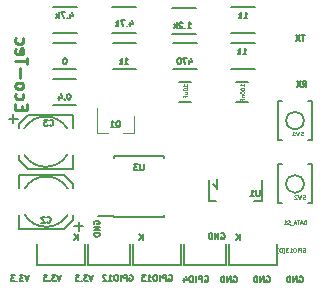
<source format=gbr>
G04 #@! TF.FileFunction,Legend,Bot*
%FSLAX46Y46*%
G04 Gerber Fmt 4.6, Leading zero omitted, Abs format (unit mm)*
G04 Created by KiCad (PCBNEW 4.0.5+dfsg1-4) date Mon Oct 16 20:34:33 2017*
%MOMM*%
%LPD*%
G01*
G04 APERTURE LIST*
%ADD10C,0.100000*%
%ADD11C,0.254000*%
%ADD12C,0.150000*%
%ADD13C,0.120000*%
%ADD14C,0.127000*%
%ADD15C,0.082550*%
G04 APERTURE END LIST*
D10*
D11*
X52040971Y-34368618D02*
X52040971Y-34029952D01*
X51508781Y-33884809D02*
X51508781Y-34368618D01*
X52524781Y-34368618D01*
X52524781Y-33884809D01*
X51557162Y-33013952D02*
X51508781Y-33110714D01*
X51508781Y-33304237D01*
X51557162Y-33400999D01*
X51605543Y-33449380D01*
X51702305Y-33497761D01*
X51992590Y-33497761D01*
X52089352Y-33449380D01*
X52137733Y-33400999D01*
X52186114Y-33304237D01*
X52186114Y-33110714D01*
X52137733Y-33013952D01*
X51508781Y-32433380D02*
X51557162Y-32530142D01*
X51605543Y-32578523D01*
X51702305Y-32626904D01*
X51992590Y-32626904D01*
X52089352Y-32578523D01*
X52137733Y-32530142D01*
X52186114Y-32433380D01*
X52186114Y-32288238D01*
X52137733Y-32191476D01*
X52089352Y-32143095D01*
X51992590Y-32094714D01*
X51702305Y-32094714D01*
X51605543Y-32143095D01*
X51557162Y-32191476D01*
X51508781Y-32288238D01*
X51508781Y-32433380D01*
X51895829Y-31659285D02*
X51895829Y-30885190D01*
X52524781Y-30546523D02*
X52524781Y-29965952D01*
X51508781Y-30256237D02*
X52524781Y-30256237D01*
X51557162Y-29240238D02*
X51508781Y-29337000D01*
X51508781Y-29530523D01*
X51557162Y-29627285D01*
X51653924Y-29675666D01*
X52040971Y-29675666D01*
X52137733Y-29627285D01*
X52186114Y-29530523D01*
X52186114Y-29337000D01*
X52137733Y-29240238D01*
X52040971Y-29191857D01*
X51944210Y-29191857D01*
X51847448Y-29675666D01*
X51557162Y-28321000D02*
X51508781Y-28417762D01*
X51508781Y-28611285D01*
X51557162Y-28708047D01*
X51605543Y-28756428D01*
X51702305Y-28804809D01*
X51992590Y-28804809D01*
X52089352Y-28756428D01*
X52137733Y-28708047D01*
X52186114Y-28611285D01*
X52186114Y-28417762D01*
X52137733Y-28321000D01*
D12*
X69596000Y-47498000D02*
X69596000Y-45720000D01*
X73660000Y-47498000D02*
X69596000Y-47498000D01*
X73660000Y-45720000D02*
X73660000Y-47498000D01*
X61468000Y-47498000D02*
X61468000Y-45720000D01*
X61468000Y-47498000D02*
X65532000Y-47498000D01*
X65532000Y-47498000D02*
X65532000Y-45720000D01*
X57658000Y-45720000D02*
X57658000Y-47498000D01*
X57658000Y-47498000D02*
X61214000Y-47498000D01*
X61214000Y-47498000D02*
X61214000Y-45720000D01*
X57404000Y-45720000D02*
X57404000Y-47498000D01*
X53340000Y-47498000D02*
X57404000Y-47498000D01*
X53340000Y-47498000D02*
X53340000Y-45720000D01*
X65754000Y-47498000D02*
X65754000Y-45720000D01*
X65754000Y-47498000D02*
X69310000Y-47498000D01*
X69310000Y-47498000D02*
X69310000Y-45720000D01*
X61706000Y-25722000D02*
X59706000Y-25722000D01*
X59706000Y-27872000D02*
X61706000Y-27872000D01*
X68219320Y-40647620D02*
X68468240Y-40947340D01*
X68468240Y-40947340D02*
X68569840Y-41097200D01*
X68569840Y-41097200D02*
X68569840Y-40248840D01*
X67868800Y-42148760D02*
X67868800Y-40347900D01*
X67868800Y-42148760D02*
X68519040Y-42148760D01*
X72369680Y-42148760D02*
X72369680Y-40347900D01*
X72369680Y-42148760D02*
X71719440Y-42148760D01*
X75934000Y-35306000D02*
G75*
G03X75934000Y-35306000I-750000J0D01*
G01*
X76284000Y-33656000D02*
X76584000Y-33656000D01*
X76584000Y-33656000D02*
X76584000Y-36956000D01*
X76584000Y-36956000D02*
X76284000Y-36956000D01*
X74084000Y-33656000D02*
X73784000Y-33656000D01*
X73784000Y-33656000D02*
X73784000Y-36956000D01*
X73784000Y-36956000D02*
X74084000Y-36956000D01*
X75934000Y-40665400D02*
G75*
G03X75934000Y-40665400I-750000J0D01*
G01*
X76284000Y-39015400D02*
X76584000Y-39015400D01*
X76584000Y-39015400D02*
X76584000Y-42315400D01*
X76584000Y-42315400D02*
X76284000Y-42315400D01*
X74084000Y-39015400D02*
X73784000Y-39015400D01*
X73784000Y-39015400D02*
X73784000Y-42315400D01*
X73784000Y-42315400D02*
X74084000Y-42315400D01*
X70223000Y-32043000D02*
X71223000Y-32043000D01*
X71223000Y-33743000D02*
X70223000Y-33743000D01*
X65397000Y-32043000D02*
X66397000Y-32043000D01*
X66397000Y-33743000D02*
X65397000Y-33743000D01*
D13*
X61587500Y-36358100D02*
X60657500Y-36358100D01*
X58427500Y-36358100D02*
X59357500Y-36358100D01*
X58427500Y-36358100D02*
X58427500Y-34198100D01*
X61587500Y-36358100D02*
X61587500Y-34898100D01*
D12*
X56700000Y-25722000D02*
X54700000Y-25722000D01*
X54700000Y-27872000D02*
X56700000Y-27872000D01*
X56679000Y-28770000D02*
X54679000Y-28770000D01*
X54679000Y-30920000D02*
X56679000Y-30920000D01*
X61759000Y-28770000D02*
X59759000Y-28770000D01*
X59759000Y-30920000D02*
X61759000Y-30920000D01*
X66860000Y-28770000D02*
X64860000Y-28770000D01*
X64860000Y-30920000D02*
X66860000Y-30920000D01*
X56679000Y-31818000D02*
X54679000Y-31818000D01*
X54679000Y-33968000D02*
X56679000Y-33968000D01*
X71792000Y-28770000D02*
X69792000Y-28770000D01*
X69792000Y-30920000D02*
X71792000Y-30920000D01*
X71792000Y-25722000D02*
X69792000Y-25722000D01*
X69792000Y-27872000D02*
X71792000Y-27872000D01*
X66798700Y-25798200D02*
X64798700Y-25798200D01*
X64798700Y-27948200D02*
X66798700Y-27948200D01*
X59901000Y-43469000D02*
X59901000Y-43419000D01*
X64051000Y-43469000D02*
X64051000Y-43324000D01*
X64051000Y-38319000D02*
X64051000Y-38464000D01*
X59901000Y-38319000D02*
X59901000Y-38464000D01*
X59901000Y-43469000D02*
X64051000Y-43469000D01*
X59901000Y-38319000D02*
X64051000Y-38319000D01*
X59901000Y-43419000D02*
X58501000Y-43419000D01*
X55929473Y-43283754D02*
G75*
G02X52298600Y-43281600I-1814773J1119754D01*
G01*
X52298600Y-41046400D02*
G75*
G02X55930800Y-41046400I1816100J-1117600D01*
G01*
X56400700Y-40640000D02*
X56400700Y-41046400D01*
X51828700Y-39878000D02*
X51828700Y-41046400D01*
X51828700Y-44450000D02*
X51828700Y-43281600D01*
X56400700Y-43688000D02*
X56400700Y-43281600D01*
X55638700Y-44450000D02*
X51828700Y-44450000D01*
X55638700Y-44450000D02*
X56400700Y-43688000D01*
X55638700Y-39878000D02*
X51828700Y-39878000D01*
X55638700Y-39878000D02*
X56400700Y-40640000D01*
X52263227Y-35964246D02*
G75*
G02X55894100Y-35966400I1814773J-1119754D01*
G01*
X55894100Y-38201600D02*
G75*
G02X52261900Y-38201600I-1816100J1117600D01*
G01*
X51792000Y-38608000D02*
X51792000Y-38201600D01*
X56364000Y-39370000D02*
X56364000Y-38201600D01*
X56364000Y-34798000D02*
X56364000Y-35966400D01*
X51792000Y-35560000D02*
X51792000Y-35966400D01*
X52554000Y-34798000D02*
X56364000Y-34798000D01*
X52554000Y-34798000D02*
X51792000Y-35560000D01*
X52554000Y-39370000D02*
X56364000Y-39370000D01*
X52554000Y-39370000D02*
X51792000Y-38608000D01*
D14*
X70491048Y-45441810D02*
X70491048Y-44933810D01*
X70200762Y-45441810D02*
X70418476Y-45151524D01*
X70200762Y-44933810D02*
X70491048Y-45224095D01*
X62286848Y-45441810D02*
X62286848Y-44933810D01*
X61996562Y-45441810D02*
X62214276Y-45151524D01*
X61996562Y-44933810D02*
X62286848Y-45224095D01*
X58166000Y-44062953D02*
X58141810Y-44014572D01*
X58141810Y-43942000D01*
X58166000Y-43869429D01*
X58214381Y-43821048D01*
X58262762Y-43796857D01*
X58359524Y-43772667D01*
X58432095Y-43772667D01*
X58528857Y-43796857D01*
X58577238Y-43821048D01*
X58625619Y-43869429D01*
X58649810Y-43942000D01*
X58649810Y-43990381D01*
X58625619Y-44062953D01*
X58601429Y-44087143D01*
X58432095Y-44087143D01*
X58432095Y-43990381D01*
X58649810Y-44304857D02*
X58141810Y-44304857D01*
X58649810Y-44595143D01*
X58141810Y-44595143D01*
X58649810Y-44837047D02*
X58141810Y-44837047D01*
X58141810Y-44958000D01*
X58166000Y-45030571D01*
X58214381Y-45078952D01*
X58262762Y-45103143D01*
X58359524Y-45127333D01*
X58432095Y-45127333D01*
X58528857Y-45103143D01*
X58577238Y-45078952D01*
X58625619Y-45030571D01*
X58649810Y-44958000D01*
X58649810Y-44837047D01*
X56775048Y-45441810D02*
X56775048Y-44933810D01*
X56484762Y-45441810D02*
X56702476Y-45151524D01*
X56484762Y-44933810D02*
X56775048Y-45224095D01*
X75840167Y-32475110D02*
X76009500Y-32233205D01*
X76130453Y-32475110D02*
X76130453Y-31967110D01*
X75936929Y-31967110D01*
X75888548Y-31991300D01*
X75864357Y-32015490D01*
X75840167Y-32063871D01*
X75840167Y-32136443D01*
X75864357Y-32184824D01*
X75888548Y-32209014D01*
X75936929Y-32233205D01*
X76130453Y-32233205D01*
X75670834Y-31967110D02*
X75332167Y-32475110D01*
X75332167Y-31967110D02*
X75670834Y-32475110D01*
X75990148Y-28042810D02*
X75699862Y-28042810D01*
X75845005Y-28550810D02*
X75845005Y-28042810D01*
X75578910Y-28042810D02*
X75240243Y-28550810D01*
X75240243Y-28042810D02*
X75578910Y-28550810D01*
X68941647Y-44856400D02*
X68990028Y-44832210D01*
X69062600Y-44832210D01*
X69135171Y-44856400D01*
X69183552Y-44904781D01*
X69207743Y-44953162D01*
X69231933Y-45049924D01*
X69231933Y-45122495D01*
X69207743Y-45219257D01*
X69183552Y-45267638D01*
X69135171Y-45316019D01*
X69062600Y-45340210D01*
X69014219Y-45340210D01*
X68941647Y-45316019D01*
X68917457Y-45291829D01*
X68917457Y-45122495D01*
X69014219Y-45122495D01*
X68699743Y-45340210D02*
X68699743Y-44832210D01*
X68409457Y-45340210D01*
X68409457Y-44832210D01*
X68167553Y-45340210D02*
X68167553Y-44832210D01*
X68046600Y-44832210D01*
X67974029Y-44856400D01*
X67925648Y-44904781D01*
X67901457Y-44953162D01*
X67877267Y-45049924D01*
X67877267Y-45122495D01*
X67901457Y-45219257D01*
X67925648Y-45267638D01*
X67974029Y-45316019D01*
X68046600Y-45340210D01*
X68167553Y-45340210D01*
D15*
X76119567Y-44091376D02*
X76119567Y-43761176D01*
X76040948Y-43761176D01*
X75993776Y-43776900D01*
X75962329Y-43808348D01*
X75946605Y-43839795D01*
X75930881Y-43902690D01*
X75930881Y-43949862D01*
X75946605Y-44012757D01*
X75962329Y-44044205D01*
X75993776Y-44075652D01*
X76040948Y-44091376D01*
X76119567Y-44091376D01*
X75805091Y-43997033D02*
X75647853Y-43997033D01*
X75836538Y-44091376D02*
X75726472Y-43761176D01*
X75616405Y-44091376D01*
X75553509Y-43761176D02*
X75364824Y-43761176D01*
X75459167Y-44091376D02*
X75459167Y-43761176D01*
X75270481Y-43997033D02*
X75113243Y-43997033D01*
X75301928Y-44091376D02*
X75191862Y-43761176D01*
X75081795Y-44091376D01*
X75050347Y-44122824D02*
X74798766Y-44122824D01*
X74735871Y-44075652D02*
X74688699Y-44091376D01*
X74610080Y-44091376D01*
X74578633Y-44075652D01*
X74562909Y-44059929D01*
X74547185Y-44028481D01*
X74547185Y-43997033D01*
X74562909Y-43965586D01*
X74578633Y-43949862D01*
X74610080Y-43934138D01*
X74672976Y-43918414D01*
X74704423Y-43902690D01*
X74720147Y-43886967D01*
X74735871Y-43855519D01*
X74735871Y-43824071D01*
X74720147Y-43792624D01*
X74704423Y-43776900D01*
X74672976Y-43761176D01*
X74594356Y-43761176D01*
X74547185Y-43776900D01*
X74232709Y-44091376D02*
X74421395Y-44091376D01*
X74327052Y-44091376D02*
X74327052Y-43761176D01*
X74358500Y-43808348D01*
X74389947Y-43839795D01*
X74421395Y-43855519D01*
X75883709Y-46113700D02*
X75915157Y-46097976D01*
X75962328Y-46097976D01*
X76009500Y-46113700D01*
X76040947Y-46145148D01*
X76056671Y-46176595D01*
X76072395Y-46239490D01*
X76072395Y-46286662D01*
X76056671Y-46349557D01*
X76040947Y-46381005D01*
X76009500Y-46412452D01*
X75962328Y-46428176D01*
X75930880Y-46428176D01*
X75883709Y-46412452D01*
X75867985Y-46396729D01*
X75867985Y-46286662D01*
X75930880Y-46286662D01*
X75726471Y-46428176D02*
X75726471Y-46097976D01*
X75600680Y-46097976D01*
X75569233Y-46113700D01*
X75553509Y-46129424D01*
X75537785Y-46160871D01*
X75537785Y-46208043D01*
X75553509Y-46239490D01*
X75569233Y-46255214D01*
X75600680Y-46270938D01*
X75726471Y-46270938D01*
X75396271Y-46428176D02*
X75396271Y-46097976D01*
X75176138Y-46097976D02*
X75113242Y-46097976D01*
X75081795Y-46113700D01*
X75050347Y-46145148D01*
X75034623Y-46208043D01*
X75034623Y-46318110D01*
X75050347Y-46381005D01*
X75081795Y-46412452D01*
X75113242Y-46428176D01*
X75176138Y-46428176D01*
X75207585Y-46412452D01*
X75239033Y-46381005D01*
X75254757Y-46318110D01*
X75254757Y-46208043D01*
X75239033Y-46145148D01*
X75207585Y-46113700D01*
X75176138Y-46097976D01*
X74720147Y-46428176D02*
X74908833Y-46428176D01*
X74814490Y-46428176D02*
X74814490Y-46097976D01*
X74845938Y-46145148D01*
X74877385Y-46176595D01*
X74908833Y-46192319D01*
X74610081Y-46097976D02*
X74405671Y-46097976D01*
X74515738Y-46223767D01*
X74468566Y-46223767D01*
X74437119Y-46239490D01*
X74421395Y-46255214D01*
X74405671Y-46286662D01*
X74405671Y-46365281D01*
X74421395Y-46396729D01*
X74437119Y-46412452D01*
X74468566Y-46428176D01*
X74562909Y-46428176D01*
X74594357Y-46412452D01*
X74610081Y-46396729D01*
X74169814Y-46553967D02*
X74185538Y-46538243D01*
X74216986Y-46491071D01*
X74232709Y-46459624D01*
X74248433Y-46412452D01*
X74264157Y-46333833D01*
X74264157Y-46270938D01*
X74248433Y-46192319D01*
X74232709Y-46145148D01*
X74216986Y-46113700D01*
X74185538Y-46066529D01*
X74169814Y-46050805D01*
X74044024Y-46428176D02*
X74044024Y-46097976D01*
X73965405Y-46097976D01*
X73918233Y-46113700D01*
X73886786Y-46145148D01*
X73871062Y-46176595D01*
X73855338Y-46239490D01*
X73855338Y-46286662D01*
X73871062Y-46349557D01*
X73886786Y-46381005D01*
X73918233Y-46412452D01*
X73965405Y-46428176D01*
X74044024Y-46428176D01*
X73745272Y-46553967D02*
X73729548Y-46538243D01*
X73698100Y-46491071D01*
X73682376Y-46459624D01*
X73666653Y-46412452D01*
X73650929Y-46333833D01*
X73650929Y-46270938D01*
X73666653Y-46192319D01*
X73682376Y-46145148D01*
X73698100Y-46113700D01*
X73729548Y-46066529D01*
X73745272Y-46050805D01*
D14*
X67551904Y-48501300D02*
X67600285Y-48477110D01*
X67672857Y-48477110D01*
X67745428Y-48501300D01*
X67793809Y-48549681D01*
X67818000Y-48598062D01*
X67842190Y-48694824D01*
X67842190Y-48767395D01*
X67818000Y-48864157D01*
X67793809Y-48912538D01*
X67745428Y-48960919D01*
X67672857Y-48985110D01*
X67624476Y-48985110D01*
X67551904Y-48960919D01*
X67527714Y-48936729D01*
X67527714Y-48767395D01*
X67624476Y-48767395D01*
X67310000Y-48985110D02*
X67310000Y-48477110D01*
X67116476Y-48477110D01*
X67068095Y-48501300D01*
X67043904Y-48525490D01*
X67019714Y-48573871D01*
X67019714Y-48646443D01*
X67043904Y-48694824D01*
X67068095Y-48719014D01*
X67116476Y-48743205D01*
X67310000Y-48743205D01*
X66802000Y-48985110D02*
X66802000Y-48477110D01*
X66463333Y-48477110D02*
X66366571Y-48477110D01*
X66318190Y-48501300D01*
X66269809Y-48549681D01*
X66245618Y-48646443D01*
X66245618Y-48815776D01*
X66269809Y-48912538D01*
X66318190Y-48960919D01*
X66366571Y-48985110D01*
X66463333Y-48985110D01*
X66511714Y-48960919D01*
X66560095Y-48912538D01*
X66584285Y-48815776D01*
X66584285Y-48646443D01*
X66560095Y-48549681D01*
X66511714Y-48501300D01*
X66463333Y-48477110D01*
X65810190Y-48646443D02*
X65810190Y-48985110D01*
X65931143Y-48452919D02*
X66052095Y-48815776D01*
X65737619Y-48815776D01*
X64491809Y-48412400D02*
X64540190Y-48388210D01*
X64612762Y-48388210D01*
X64685333Y-48412400D01*
X64733714Y-48460781D01*
X64757905Y-48509162D01*
X64782095Y-48605924D01*
X64782095Y-48678495D01*
X64757905Y-48775257D01*
X64733714Y-48823638D01*
X64685333Y-48872019D01*
X64612762Y-48896210D01*
X64564381Y-48896210D01*
X64491809Y-48872019D01*
X64467619Y-48847829D01*
X64467619Y-48678495D01*
X64564381Y-48678495D01*
X64249905Y-48896210D02*
X64249905Y-48388210D01*
X64056381Y-48388210D01*
X64008000Y-48412400D01*
X63983809Y-48436590D01*
X63959619Y-48484971D01*
X63959619Y-48557543D01*
X63983809Y-48605924D01*
X64008000Y-48630114D01*
X64056381Y-48654305D01*
X64249905Y-48654305D01*
X63741905Y-48896210D02*
X63741905Y-48388210D01*
X63403238Y-48388210D02*
X63306476Y-48388210D01*
X63258095Y-48412400D01*
X63209714Y-48460781D01*
X63185523Y-48557543D01*
X63185523Y-48726876D01*
X63209714Y-48823638D01*
X63258095Y-48872019D01*
X63306476Y-48896210D01*
X63403238Y-48896210D01*
X63451619Y-48872019D01*
X63500000Y-48823638D01*
X63524190Y-48726876D01*
X63524190Y-48557543D01*
X63500000Y-48460781D01*
X63451619Y-48412400D01*
X63403238Y-48388210D01*
X62701714Y-48896210D02*
X62992000Y-48896210D01*
X62846857Y-48896210D02*
X62846857Y-48388210D01*
X62895238Y-48460781D01*
X62943619Y-48509162D01*
X62992000Y-48533352D01*
X62532381Y-48388210D02*
X62217904Y-48388210D01*
X62387238Y-48581733D01*
X62314666Y-48581733D01*
X62266285Y-48605924D01*
X62242095Y-48630114D01*
X62217904Y-48678495D01*
X62217904Y-48799448D01*
X62242095Y-48847829D01*
X62266285Y-48872019D01*
X62314666Y-48896210D01*
X62459809Y-48896210D01*
X62508190Y-48872019D01*
X62532381Y-48847829D01*
X61177109Y-48374300D02*
X61225490Y-48350110D01*
X61298062Y-48350110D01*
X61370633Y-48374300D01*
X61419014Y-48422681D01*
X61443205Y-48471062D01*
X61467395Y-48567824D01*
X61467395Y-48640395D01*
X61443205Y-48737157D01*
X61419014Y-48785538D01*
X61370633Y-48833919D01*
X61298062Y-48858110D01*
X61249681Y-48858110D01*
X61177109Y-48833919D01*
X61152919Y-48809729D01*
X61152919Y-48640395D01*
X61249681Y-48640395D01*
X60935205Y-48858110D02*
X60935205Y-48350110D01*
X60741681Y-48350110D01*
X60693300Y-48374300D01*
X60669109Y-48398490D01*
X60644919Y-48446871D01*
X60644919Y-48519443D01*
X60669109Y-48567824D01*
X60693300Y-48592014D01*
X60741681Y-48616205D01*
X60935205Y-48616205D01*
X60427205Y-48858110D02*
X60427205Y-48350110D01*
X60088538Y-48350110D02*
X59991776Y-48350110D01*
X59943395Y-48374300D01*
X59895014Y-48422681D01*
X59870823Y-48519443D01*
X59870823Y-48688776D01*
X59895014Y-48785538D01*
X59943395Y-48833919D01*
X59991776Y-48858110D01*
X60088538Y-48858110D01*
X60136919Y-48833919D01*
X60185300Y-48785538D01*
X60209490Y-48688776D01*
X60209490Y-48519443D01*
X60185300Y-48422681D01*
X60136919Y-48374300D01*
X60088538Y-48350110D01*
X59387014Y-48858110D02*
X59677300Y-48858110D01*
X59532157Y-48858110D02*
X59532157Y-48350110D01*
X59580538Y-48422681D01*
X59628919Y-48471062D01*
X59677300Y-48495252D01*
X59193490Y-48398490D02*
X59169300Y-48374300D01*
X59120919Y-48350110D01*
X58999966Y-48350110D01*
X58951585Y-48374300D01*
X58927395Y-48398490D01*
X58903204Y-48446871D01*
X58903204Y-48495252D01*
X58927395Y-48567824D01*
X59217681Y-48858110D01*
X58903204Y-48858110D01*
X58114596Y-48388210D02*
X57945263Y-48896210D01*
X57775929Y-48388210D01*
X57654977Y-48388210D02*
X57340500Y-48388210D01*
X57509834Y-48581733D01*
X57437262Y-48581733D01*
X57388881Y-48605924D01*
X57364691Y-48630114D01*
X57340500Y-48678495D01*
X57340500Y-48799448D01*
X57364691Y-48847829D01*
X57388881Y-48872019D01*
X57437262Y-48896210D01*
X57582405Y-48896210D01*
X57630786Y-48872019D01*
X57654977Y-48847829D01*
X57122786Y-48847829D02*
X57098595Y-48872019D01*
X57122786Y-48896210D01*
X57146976Y-48872019D01*
X57122786Y-48847829D01*
X57122786Y-48896210D01*
X56929262Y-48388210D02*
X56614785Y-48388210D01*
X56784119Y-48581733D01*
X56711547Y-48581733D01*
X56663166Y-48605924D01*
X56638976Y-48630114D01*
X56614785Y-48678495D01*
X56614785Y-48799448D01*
X56638976Y-48847829D01*
X56663166Y-48872019D01*
X56711547Y-48896210D01*
X56856690Y-48896210D01*
X56905071Y-48872019D01*
X56929262Y-48847829D01*
X55396796Y-48375510D02*
X55227463Y-48883510D01*
X55058129Y-48375510D01*
X54937177Y-48375510D02*
X54622700Y-48375510D01*
X54792034Y-48569033D01*
X54719462Y-48569033D01*
X54671081Y-48593224D01*
X54646891Y-48617414D01*
X54622700Y-48665795D01*
X54622700Y-48786748D01*
X54646891Y-48835129D01*
X54671081Y-48859319D01*
X54719462Y-48883510D01*
X54864605Y-48883510D01*
X54912986Y-48859319D01*
X54937177Y-48835129D01*
X54404986Y-48835129D02*
X54380795Y-48859319D01*
X54404986Y-48883510D01*
X54429176Y-48859319D01*
X54404986Y-48835129D01*
X54404986Y-48883510D01*
X54211462Y-48375510D02*
X53896985Y-48375510D01*
X54066319Y-48569033D01*
X53993747Y-48569033D01*
X53945366Y-48593224D01*
X53921176Y-48617414D01*
X53896985Y-48665795D01*
X53896985Y-48786748D01*
X53921176Y-48835129D01*
X53945366Y-48859319D01*
X53993747Y-48883510D01*
X54138890Y-48883510D01*
X54187271Y-48859319D01*
X54211462Y-48835129D01*
X52640896Y-48413610D02*
X52471563Y-48921610D01*
X52302229Y-48413610D01*
X52181277Y-48413610D02*
X51866800Y-48413610D01*
X52036134Y-48607133D01*
X51963562Y-48607133D01*
X51915181Y-48631324D01*
X51890991Y-48655514D01*
X51866800Y-48703895D01*
X51866800Y-48824848D01*
X51890991Y-48873229D01*
X51915181Y-48897419D01*
X51963562Y-48921610D01*
X52108705Y-48921610D01*
X52157086Y-48897419D01*
X52181277Y-48873229D01*
X51649086Y-48873229D02*
X51624895Y-48897419D01*
X51649086Y-48921610D01*
X51673276Y-48897419D01*
X51649086Y-48873229D01*
X51649086Y-48921610D01*
X51455562Y-48413610D02*
X51141085Y-48413610D01*
X51310419Y-48607133D01*
X51237847Y-48607133D01*
X51189466Y-48631324D01*
X51165276Y-48655514D01*
X51141085Y-48703895D01*
X51141085Y-48824848D01*
X51165276Y-48873229D01*
X51189466Y-48897419D01*
X51237847Y-48921610D01*
X51382990Y-48921610D01*
X51431371Y-48897419D01*
X51455562Y-48873229D01*
X75571047Y-48514000D02*
X75619428Y-48489810D01*
X75692000Y-48489810D01*
X75764571Y-48514000D01*
X75812952Y-48562381D01*
X75837143Y-48610762D01*
X75861333Y-48707524D01*
X75861333Y-48780095D01*
X75837143Y-48876857D01*
X75812952Y-48925238D01*
X75764571Y-48973619D01*
X75692000Y-48997810D01*
X75643619Y-48997810D01*
X75571047Y-48973619D01*
X75546857Y-48949429D01*
X75546857Y-48780095D01*
X75643619Y-48780095D01*
X75329143Y-48997810D02*
X75329143Y-48489810D01*
X75038857Y-48997810D01*
X75038857Y-48489810D01*
X74796953Y-48997810D02*
X74796953Y-48489810D01*
X74676000Y-48489810D01*
X74603429Y-48514000D01*
X74555048Y-48562381D01*
X74530857Y-48610762D01*
X74506667Y-48707524D01*
X74506667Y-48780095D01*
X74530857Y-48876857D01*
X74555048Y-48925238D01*
X74603429Y-48973619D01*
X74676000Y-48997810D01*
X74796953Y-48997810D01*
X72777047Y-48501300D02*
X72825428Y-48477110D01*
X72898000Y-48477110D01*
X72970571Y-48501300D01*
X73018952Y-48549681D01*
X73043143Y-48598062D01*
X73067333Y-48694824D01*
X73067333Y-48767395D01*
X73043143Y-48864157D01*
X73018952Y-48912538D01*
X72970571Y-48960919D01*
X72898000Y-48985110D01*
X72849619Y-48985110D01*
X72777047Y-48960919D01*
X72752857Y-48936729D01*
X72752857Y-48767395D01*
X72849619Y-48767395D01*
X72535143Y-48985110D02*
X72535143Y-48477110D01*
X72244857Y-48985110D01*
X72244857Y-48477110D01*
X72002953Y-48985110D02*
X72002953Y-48477110D01*
X71882000Y-48477110D01*
X71809429Y-48501300D01*
X71761048Y-48549681D01*
X71736857Y-48598062D01*
X71712667Y-48694824D01*
X71712667Y-48767395D01*
X71736857Y-48864157D01*
X71761048Y-48912538D01*
X71809429Y-48960919D01*
X71882000Y-48985110D01*
X72002953Y-48985110D01*
X69983047Y-48514000D02*
X70031428Y-48489810D01*
X70104000Y-48489810D01*
X70176571Y-48514000D01*
X70224952Y-48562381D01*
X70249143Y-48610762D01*
X70273333Y-48707524D01*
X70273333Y-48780095D01*
X70249143Y-48876857D01*
X70224952Y-48925238D01*
X70176571Y-48973619D01*
X70104000Y-48997810D01*
X70055619Y-48997810D01*
X69983047Y-48973619D01*
X69958857Y-48949429D01*
X69958857Y-48780095D01*
X70055619Y-48780095D01*
X69741143Y-48997810D02*
X69741143Y-48489810D01*
X69450857Y-48997810D01*
X69450857Y-48489810D01*
X69208953Y-48997810D02*
X69208953Y-48489810D01*
X69088000Y-48489810D01*
X69015429Y-48514000D01*
X68967048Y-48562381D01*
X68942857Y-48610762D01*
X68918667Y-48707524D01*
X68918667Y-48780095D01*
X68942857Y-48876857D01*
X68967048Y-48925238D01*
X69015429Y-48973619D01*
X69088000Y-48997810D01*
X69208953Y-48997810D01*
X61228514Y-26980243D02*
X61228514Y-27318910D01*
X61349467Y-26786719D02*
X61470419Y-27149576D01*
X61155943Y-27149576D01*
X60962419Y-27270529D02*
X60938228Y-27294719D01*
X60962419Y-27318910D01*
X60986609Y-27294719D01*
X60962419Y-27270529D01*
X60962419Y-27318910D01*
X60768895Y-26810910D02*
X60430228Y-26810910D01*
X60647942Y-27318910D01*
X60236704Y-27318910D02*
X60236704Y-26810910D01*
X60188323Y-27125386D02*
X60043180Y-27318910D01*
X60043180Y-26980243D02*
X60236704Y-27173767D01*
X72187768Y-41166990D02*
X72187768Y-41578228D01*
X72163577Y-41626609D01*
X72139387Y-41650799D01*
X72091006Y-41674990D01*
X71994244Y-41674990D01*
X71945863Y-41650799D01*
X71921672Y-41626609D01*
X71897482Y-41578228D01*
X71897482Y-41166990D01*
X71389482Y-41674990D02*
X71679768Y-41674990D01*
X71534625Y-41674990D02*
X71534625Y-41166990D01*
X71583006Y-41239561D01*
X71631387Y-41287942D01*
X71679768Y-41312132D01*
D15*
X75840166Y-36544552D02*
X75792994Y-36560276D01*
X75714375Y-36560276D01*
X75682928Y-36544552D01*
X75667204Y-36528829D01*
X75651480Y-36497381D01*
X75651480Y-36465933D01*
X75667204Y-36434486D01*
X75682928Y-36418762D01*
X75714375Y-36403038D01*
X75777271Y-36387314D01*
X75808718Y-36371590D01*
X75824442Y-36355867D01*
X75840166Y-36324419D01*
X75840166Y-36292971D01*
X75824442Y-36261524D01*
X75808718Y-36245800D01*
X75777271Y-36230076D01*
X75698651Y-36230076D01*
X75651480Y-36245800D01*
X75541414Y-36230076D02*
X75462795Y-36560276D01*
X75399899Y-36324419D01*
X75337004Y-36560276D01*
X75258385Y-36230076D01*
X74959633Y-36560276D02*
X75148319Y-36560276D01*
X75053976Y-36560276D02*
X75053976Y-36230076D01*
X75085424Y-36277248D01*
X75116871Y-36308695D01*
X75148319Y-36324419D01*
X76020506Y-41916652D02*
X75973334Y-41932376D01*
X75894715Y-41932376D01*
X75863268Y-41916652D01*
X75847544Y-41900929D01*
X75831820Y-41869481D01*
X75831820Y-41838033D01*
X75847544Y-41806586D01*
X75863268Y-41790862D01*
X75894715Y-41775138D01*
X75957611Y-41759414D01*
X75989058Y-41743690D01*
X76004782Y-41727967D01*
X76020506Y-41696519D01*
X76020506Y-41665071D01*
X76004782Y-41633624D01*
X75989058Y-41617900D01*
X75957611Y-41602176D01*
X75878991Y-41602176D01*
X75831820Y-41617900D01*
X75721754Y-41602176D02*
X75643135Y-41932376D01*
X75580239Y-41696519D01*
X75517344Y-41932376D01*
X75438725Y-41602176D01*
X75328659Y-41633624D02*
X75312935Y-41617900D01*
X75281487Y-41602176D01*
X75202868Y-41602176D01*
X75171421Y-41617900D01*
X75155697Y-41633624D01*
X75139973Y-41665071D01*
X75139973Y-41696519D01*
X75155697Y-41743690D01*
X75344383Y-41932376D01*
X75139973Y-41932376D01*
X70888376Y-32392137D02*
X70888376Y-32203451D01*
X70888376Y-32297794D02*
X70558176Y-32297794D01*
X70605348Y-32266346D01*
X70636795Y-32234899D01*
X70652519Y-32203451D01*
X70558176Y-32596546D02*
X70558176Y-32627994D01*
X70573900Y-32659442D01*
X70589624Y-32675165D01*
X70621071Y-32690889D01*
X70683967Y-32706613D01*
X70762586Y-32706613D01*
X70825481Y-32690889D01*
X70856929Y-32675165D01*
X70872652Y-32659442D01*
X70888376Y-32627994D01*
X70888376Y-32596546D01*
X70872652Y-32565099D01*
X70856929Y-32549375D01*
X70825481Y-32533651D01*
X70762586Y-32517927D01*
X70683967Y-32517927D01*
X70621071Y-32533651D01*
X70589624Y-32549375D01*
X70573900Y-32565099D01*
X70558176Y-32596546D01*
X70558176Y-32911022D02*
X70558176Y-32942470D01*
X70573900Y-32973918D01*
X70589624Y-32989641D01*
X70621071Y-33005365D01*
X70683967Y-33021089D01*
X70762586Y-33021089D01*
X70825481Y-33005365D01*
X70856929Y-32989641D01*
X70872652Y-32973918D01*
X70888376Y-32942470D01*
X70888376Y-32911022D01*
X70872652Y-32879575D01*
X70856929Y-32863851D01*
X70825481Y-32848127D01*
X70762586Y-32832403D01*
X70683967Y-32832403D01*
X70621071Y-32848127D01*
X70589624Y-32863851D01*
X70573900Y-32879575D01*
X70558176Y-32911022D01*
X70668243Y-33162603D02*
X70888376Y-33162603D01*
X70699690Y-33162603D02*
X70683967Y-33178327D01*
X70668243Y-33209774D01*
X70668243Y-33256946D01*
X70683967Y-33288394D01*
X70715414Y-33304117D01*
X70888376Y-33304117D01*
X70715414Y-33571422D02*
X70715414Y-33461355D01*
X70888376Y-33461355D02*
X70558176Y-33461355D01*
X70558176Y-33618593D01*
X66057296Y-32427455D02*
X66057296Y-32238769D01*
X66057296Y-32333112D02*
X65727096Y-32333112D01*
X65774268Y-32301664D01*
X65805715Y-32270217D01*
X65821439Y-32238769D01*
X65727096Y-32631864D02*
X65727096Y-32663312D01*
X65742820Y-32694760D01*
X65758544Y-32710483D01*
X65789991Y-32726207D01*
X65852887Y-32741931D01*
X65931506Y-32741931D01*
X65994401Y-32726207D01*
X66025849Y-32710483D01*
X66041572Y-32694760D01*
X66057296Y-32663312D01*
X66057296Y-32631864D01*
X66041572Y-32600417D01*
X66025849Y-32584693D01*
X65994401Y-32568969D01*
X65931506Y-32553245D01*
X65852887Y-32553245D01*
X65789991Y-32568969D01*
X65758544Y-32584693D01*
X65742820Y-32600417D01*
X65727096Y-32631864D01*
X65837163Y-33024959D02*
X66057296Y-33024959D01*
X65837163Y-32883445D02*
X66010125Y-32883445D01*
X66041572Y-32899169D01*
X66057296Y-32930616D01*
X66057296Y-32977788D01*
X66041572Y-33009236D01*
X66025849Y-33024959D01*
X65884334Y-33292264D02*
X65884334Y-33182197D01*
X66057296Y-33182197D02*
X65727096Y-33182197D01*
X65727096Y-33339435D01*
D14*
X60038101Y-35868670D02*
X60086482Y-35844480D01*
X60134863Y-35796099D01*
X60207434Y-35723528D01*
X60255815Y-35699337D01*
X60304196Y-35699337D01*
X60280006Y-35820290D02*
X60328387Y-35796099D01*
X60376768Y-35747718D01*
X60400958Y-35650956D01*
X60400958Y-35481623D01*
X60376768Y-35384861D01*
X60328387Y-35336480D01*
X60280006Y-35312290D01*
X60183244Y-35312290D01*
X60134863Y-35336480D01*
X60086482Y-35384861D01*
X60062291Y-35481623D01*
X60062291Y-35650956D01*
X60086482Y-35747718D01*
X60134863Y-35796099D01*
X60183244Y-35820290D01*
X60280006Y-35820290D01*
X59578482Y-35820290D02*
X59868768Y-35820290D01*
X59723625Y-35820290D02*
X59723625Y-35312290D01*
X59772006Y-35384861D01*
X59820387Y-35433242D01*
X59868768Y-35457432D01*
X56173914Y-26307143D02*
X56173914Y-26645810D01*
X56294867Y-26113619D02*
X56415819Y-26476476D01*
X56101343Y-26476476D01*
X55907819Y-26597429D02*
X55883628Y-26621619D01*
X55907819Y-26645810D01*
X55932009Y-26621619D01*
X55907819Y-26597429D01*
X55907819Y-26645810D01*
X55714295Y-26137810D02*
X55375628Y-26137810D01*
X55593342Y-26645810D01*
X55182104Y-26645810D02*
X55182104Y-26137810D01*
X55133723Y-26452286D02*
X54988580Y-26645810D01*
X54988580Y-26307143D02*
X55182104Y-26500667D01*
X55726391Y-30011310D02*
X55678010Y-30011310D01*
X55629629Y-30035500D01*
X55605438Y-30059690D01*
X55581248Y-30108071D01*
X55557057Y-30204833D01*
X55557057Y-30325786D01*
X55581248Y-30422548D01*
X55605438Y-30470929D01*
X55629629Y-30495119D01*
X55678010Y-30519310D01*
X55726391Y-30519310D01*
X55774772Y-30495119D01*
X55798962Y-30470929D01*
X55823153Y-30422548D01*
X55847343Y-30325786D01*
X55847343Y-30204833D01*
X55823153Y-30108071D01*
X55798962Y-30059690D01*
X55774772Y-30035500D01*
X55726391Y-30011310D01*
X60753776Y-30506610D02*
X61044062Y-30506610D01*
X60898919Y-30506610D02*
X60898919Y-29998610D01*
X60947300Y-30071181D01*
X60995681Y-30119562D01*
X61044062Y-30143752D01*
X60536062Y-30506610D02*
X60536062Y-29998610D01*
X60487681Y-30313086D02*
X60342538Y-30506610D01*
X60342538Y-30167943D02*
X60536062Y-30361467D01*
X66244168Y-30162863D02*
X66244168Y-30501530D01*
X66365121Y-29969339D02*
X66486073Y-30332196D01*
X66171597Y-30332196D01*
X66026454Y-29993530D02*
X65687787Y-29993530D01*
X65905501Y-30501530D01*
X65397501Y-29993530D02*
X65349120Y-29993530D01*
X65300739Y-30017720D01*
X65276548Y-30041910D01*
X65252358Y-30090291D01*
X65228167Y-30187053D01*
X65228167Y-30308006D01*
X65252358Y-30404768D01*
X65276548Y-30453149D01*
X65300739Y-30477339D01*
X65349120Y-30501530D01*
X65397501Y-30501530D01*
X65445882Y-30477339D01*
X65470072Y-30453149D01*
X65494263Y-30404768D01*
X65518453Y-30308006D01*
X65518453Y-30187053D01*
X65494263Y-30090291D01*
X65470072Y-30041910D01*
X65445882Y-30017720D01*
X65397501Y-29993530D01*
X56063848Y-33021210D02*
X56015467Y-33021210D01*
X55967086Y-33045400D01*
X55942895Y-33069590D01*
X55918705Y-33117971D01*
X55894514Y-33214733D01*
X55894514Y-33335686D01*
X55918705Y-33432448D01*
X55942895Y-33480829D01*
X55967086Y-33505019D01*
X56015467Y-33529210D01*
X56063848Y-33529210D01*
X56112229Y-33505019D01*
X56136419Y-33480829D01*
X56160610Y-33432448D01*
X56184800Y-33335686D01*
X56184800Y-33214733D01*
X56160610Y-33117971D01*
X56136419Y-33069590D01*
X56112229Y-33045400D01*
X56063848Y-33021210D01*
X55676800Y-33480829D02*
X55652609Y-33505019D01*
X55676800Y-33529210D01*
X55700990Y-33505019D01*
X55676800Y-33480829D01*
X55676800Y-33529210D01*
X55217180Y-33190543D02*
X55217180Y-33529210D01*
X55338133Y-32997019D02*
X55459085Y-33359876D01*
X55144609Y-33359876D01*
X70774076Y-29693810D02*
X71064362Y-29693810D01*
X70919219Y-29693810D02*
X70919219Y-29185810D01*
X70967600Y-29258381D01*
X71015981Y-29306762D01*
X71064362Y-29330952D01*
X70556362Y-29693810D02*
X70556362Y-29185810D01*
X70507981Y-29500286D02*
X70362838Y-29693810D01*
X70362838Y-29355143D02*
X70556362Y-29548667D01*
X70850276Y-26633110D02*
X71140562Y-26633110D01*
X70995419Y-26633110D02*
X70995419Y-26125110D01*
X71043800Y-26197681D01*
X71092181Y-26246062D01*
X71140562Y-26270252D01*
X70632562Y-26633110D02*
X70632562Y-26125110D01*
X70584181Y-26439586D02*
X70439038Y-26633110D01*
X70439038Y-26294443D02*
X70632562Y-26487967D01*
X66095033Y-27496710D02*
X66385319Y-27496710D01*
X66240176Y-27496710D02*
X66240176Y-26988710D01*
X66288557Y-27061281D01*
X66336938Y-27109662D01*
X66385319Y-27133852D01*
X65877319Y-27448329D02*
X65853128Y-27472519D01*
X65877319Y-27496710D01*
X65901509Y-27472519D01*
X65877319Y-27448329D01*
X65877319Y-27496710D01*
X65659604Y-27037090D02*
X65635414Y-27012900D01*
X65587033Y-26988710D01*
X65466080Y-26988710D01*
X65417699Y-27012900D01*
X65393509Y-27037090D01*
X65369318Y-27085471D01*
X65369318Y-27133852D01*
X65393509Y-27206424D01*
X65683795Y-27496710D01*
X65369318Y-27496710D01*
X65151604Y-27496710D02*
X65151604Y-26988710D01*
X65103223Y-27303186D02*
X64958080Y-27496710D01*
X64958080Y-27158043D02*
X65151604Y-27351567D01*
X62363048Y-39015610D02*
X62363048Y-39426848D01*
X62338857Y-39475229D01*
X62314667Y-39499419D01*
X62266286Y-39523610D01*
X62169524Y-39523610D01*
X62121143Y-39499419D01*
X62096952Y-39475229D01*
X62072762Y-39426848D01*
X62072762Y-39015610D01*
X61879239Y-39015610D02*
X61564762Y-39015610D01*
X61734096Y-39209133D01*
X61661524Y-39209133D01*
X61613143Y-39233324D01*
X61588953Y-39257514D01*
X61564762Y-39305895D01*
X61564762Y-39426848D01*
X61588953Y-39475229D01*
X61613143Y-39499419D01*
X61661524Y-39523610D01*
X61806667Y-39523610D01*
X61855048Y-39499419D01*
X61879239Y-39475229D01*
X54186667Y-43907529D02*
X54210857Y-43931719D01*
X54283429Y-43955910D01*
X54331810Y-43955910D01*
X54404381Y-43931719D01*
X54452762Y-43883338D01*
X54476953Y-43834957D01*
X54501143Y-43738195D01*
X54501143Y-43665624D01*
X54476953Y-43568862D01*
X54452762Y-43520481D01*
X54404381Y-43472100D01*
X54331810Y-43447910D01*
X54283429Y-43447910D01*
X54210857Y-43472100D01*
X54186667Y-43496290D01*
X53993143Y-43496290D02*
X53968953Y-43472100D01*
X53920572Y-43447910D01*
X53799619Y-43447910D01*
X53751238Y-43472100D01*
X53727048Y-43496290D01*
X53702857Y-43544671D01*
X53702857Y-43593052D01*
X53727048Y-43665624D01*
X54017334Y-43955910D01*
X53702857Y-43955910D01*
D12*
X57264252Y-44242029D02*
X56502347Y-44242029D01*
X56883299Y-44622981D02*
X56883299Y-43861076D01*
D14*
X54415267Y-35690629D02*
X54439457Y-35714819D01*
X54512029Y-35739010D01*
X54560410Y-35739010D01*
X54632981Y-35714819D01*
X54681362Y-35666438D01*
X54705553Y-35618057D01*
X54729743Y-35521295D01*
X54729743Y-35448724D01*
X54705553Y-35351962D01*
X54681362Y-35303581D01*
X54632981Y-35255200D01*
X54560410Y-35231010D01*
X54512029Y-35231010D01*
X54439457Y-35255200D01*
X54415267Y-35279390D01*
X54245934Y-35231010D02*
X53931457Y-35231010D01*
X54100791Y-35424533D01*
X54028219Y-35424533D01*
X53979838Y-35448724D01*
X53955648Y-35472914D01*
X53931457Y-35521295D01*
X53931457Y-35642248D01*
X53955648Y-35690629D01*
X53979838Y-35714819D01*
X54028219Y-35739010D01*
X54173362Y-35739010D01*
X54221743Y-35714819D01*
X54245934Y-35690629D01*
D12*
X51690352Y-35148829D02*
X50928447Y-35148829D01*
X51309399Y-35529781D02*
X51309399Y-34767876D01*
M02*

</source>
